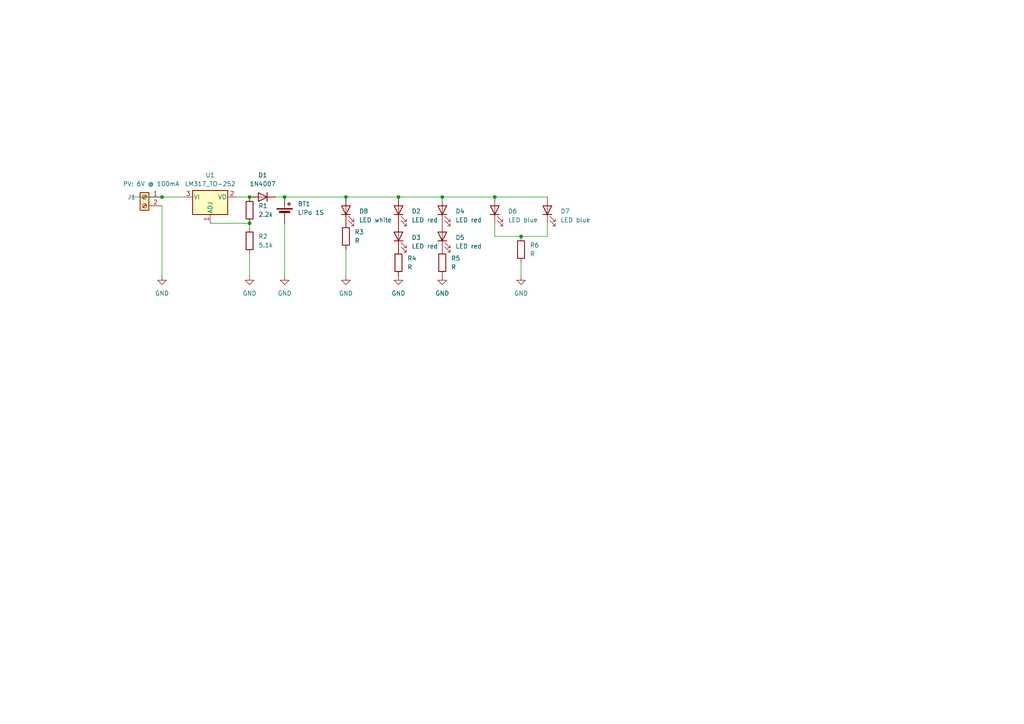
<source format=kicad_sch>
(kicad_sch (version 20230121) (generator eeschema)
  (paper "A4")
  (lib_symbols
    (symbol "Connector:Screw_Terminal_01x02" (pin_names (offset 1.016) hide)
      (property "Reference" "J" (at 0 2.54 0))
      (property "Value" "Screw_Terminal_01x02" (at 0 -5.08 0))
      (symbol "Screw_Terminal_01x02_1_1"
        (rectangle (start -1.27 1.27) (end 1.27 -3.81) (stroke (width 0.254)) (fill (type background)))
        (circle (center 0 -2.54) (radius 0.635) (stroke (width 0.1524)))
        (polyline (pts (xy -0.5334 -2.2098) (xy 0.3302 -3.048)) (stroke (width 0.1524)))
        (polyline (pts (xy -0.5334 0.3302) (xy 0.3302 -0.508)) (stroke (width 0.1524)))
        (polyline (pts (xy -0.3556 -2.032) (xy 0.508 -2.8702)) (stroke (width 0.1524)))
        (polyline (pts (xy -0.3556 0.508) (xy 0.508 -0.3302)) (stroke (width 0.1524)))
        (circle (center 0 0) (radius 0.635) (stroke (width 0.1524)))
        (pin passive line (at -5.08 0 0) (length 3.81) (name "Pin_1") (number "1"))
        (pin passive line (at -5.08 -2.54 0) (length 3.81) (name "Pin_2") (number "2"))
      )
    )
    (symbol "Device:Battery_Cell" (pin_numbers hide) (pin_names (offset 0) hide)
      (property "Reference" "BT" (at 2.54 2.54 0))
      (property "Value" "Battery_Cell" (at 2.54 0 0))
      (symbol "Battery_Cell_0_1"
        (rectangle (start -2.286 1.778) (end 2.286 1.524) (fill (type outline)))
        (rectangle (start -1.524 1.016) (end 1.524 0.508) (fill (type outline)))
        (polyline (pts (xy 0 0.762) (xy 0 0)))
        (polyline (pts (xy 0 1.778) (xy 0 2.54)))
        (polyline (pts (xy 0.762 3.048) (xy 1.778 3.048)) (stroke (width 0.254)))
        (polyline (pts (xy 1.27 3.556) (xy 1.27 2.54)) (stroke (width 0.254)))
      )
      (symbol "Battery_Cell_1_1"
        (pin passive line (at 0 5.08 270) (length 2.54) (name "+") (number "1"))
        (pin passive line (at 0 -2.54 90) (length 2.54) (name "-") (number "2"))
      )
    )
    (symbol "Device:LED" (pin_numbers hide) (pin_names (offset 1.016) hide)
      (property "Reference" "D" (at 0 2.54 0))
      (property "Value" "LED" (at 0 -2.54 0))
      (symbol "LED_0_1"
        (polyline (pts (xy -1.27 -1.27) (xy -1.27 1.27)) (stroke (width 0.254)))
        (polyline (pts (xy -1.27 0) (xy 1.27 0)))
        (polyline (pts (xy 1.27 -1.27) (xy 1.27 1.27) (xy -1.27 0) (xy 1.27 -1.27)) (stroke (width 0.254)))
        (polyline (pts (xy -3.048 -0.762) (xy -4.572 -2.286) (xy -3.81 -2.286) (xy -4.572 -2.286) (xy -4.572 -1.524)))
        (polyline (pts (xy -1.778 -0.762) (xy -3.302 -2.286) (xy -2.54 -2.286) (xy -3.302 -2.286) (xy -3.302 -1.524)))
      )
      (symbol "LED_1_1"
        (pin passive line (at -3.81 0 0) (length 2.54) (name "K") (number "1"))
        (pin passive line (at 3.81 0 180) (length 2.54) (name "A") (number "2"))
      )
    )
    (symbol "Device:R" (pin_numbers hide) (pin_names (offset 0))
      (property "Reference" "R" (at 2.032 0 90))
      (property "Value" "R" (at 0 0 90))
      (symbol "R_0_1"
        (rectangle (start -1.016 -2.54) (end 1.016 2.54) (stroke (width 0.254)))
      )
      (symbol "R_1_1"
        (pin passive line (at 0 3.81 270) (length 1.27) (name "~") (number "1"))
        (pin passive line (at 0 -3.81 90) (length 1.27) (name "~") (number "2"))
      )
    )
    (symbol "Diode:1N4007" (pin_numbers hide) (pin_names hide)
      (property "Reference" "D" (at 0 2.54 0))
      (property "Value" "1N4007" (at 0 -2.54 0))
      (symbol "1N4007_0_1"
        (polyline (pts (xy -1.27 1.27) (xy -1.27 -1.27)) (stroke (width 0.254)))
        (polyline (pts (xy 1.27 0) (xy -1.27 0)))
        (polyline (pts (xy 1.27 1.27) (xy 1.27 -1.27) (xy -1.27 0) (xy 1.27 1.27)) (stroke (width 0.254)))
      )
      (symbol "1N4007_1_1"
        (pin passive line (at -3.81 0 0) (length 2.54) (name "K") (number "1"))
        (pin passive line (at 3.81 0 180) (length 2.54) (name "A") (number "2"))
      )
    )
    (symbol "Regulator_Linear:LM317_TO-252" (pin_names (offset 0.254))
      (property "Reference" "U" (at -3.81 3.175 0))
      (property "Value" "LM317_TO-252" (at 0 3.175 0))
      (symbol "LM317_TO-252_0_1"
        (rectangle (start -5.08 1.905) (end 5.08 -5.08) (stroke (width 0.254)) (fill (type background)))
      )
      (symbol "LM317_TO-252_1_1"
        (pin input line (at 0 -7.62 90) (length 2.54) (name "ADJ") (number "1"))
        (pin power_out line (at 7.62 0 180) (length 2.54) (name "VO") (number "2"))
        (pin power_in line (at -7.62 0 0) (length 2.54) (name "VI") (number "3"))
      )
    )
    (symbol "power:GND" (power) (pin_names (offset 0))
      (property "Value" "GND" (at 0 -3.81 0))
      (symbol "GND_0_1"
        (polyline (pts (xy 0 0) (xy 0 -1.27) (xy 1.27 -1.27) (xy 0 -2.54) (xy -1.27 -1.27) (xy 0 -1.27)))
      )
      (symbol "GND_1_1"
        (pin power_in line (at 0 0 270) (length 0) hide (name "GND") (number "1"))
      )
    )
  )
  (junction (at 151.13 68.58))
  (junction (at 143.51 57.15))
  (junction (at 100.33 57.15))
  (junction (at 72.39 57.15))
  (junction (at 115.57 57.15))
  (junction (at 82.55 57.15))
  (junction (at 46.99 57.15))
  (junction (at 72.39 64.77))
  (junction (at 128.27 57.15))
  (wire (pts (xy 100.33 57.15) (xy 115.57 57.15)))
  (wire (pts (xy 82.55 80.01) (xy 82.55 64.77)))
  (wire (pts (xy 158.75 68.58) (xy 158.75 64.77)))
  (wire (pts (xy 143.51 68.58) (xy 151.13 68.58)))
  (wire (pts (xy 100.33 80.01) (xy 100.33 72.39)))
  (wire (pts (xy 46.99 80.01) (xy 46.99 59.69)))
  (wire (pts (xy 46.99 57.15) (xy 53.34 57.15)))
  (wire (pts (xy 72.39 80.01) (xy 72.39 73.66)))
  (wire (pts (xy 143.51 57.15) (xy 158.75 57.15)))
  (wire (pts (xy 151.13 68.58) (xy 158.75 68.58)))
  (wire (pts (xy 128.27 57.15) (xy 143.51 57.15)))
  (wire (pts (xy 143.51 64.77) (xy 143.51 68.58)))
  (wire (pts (xy 60.96 64.77) (xy 72.39 64.77)))
  (wire (pts (xy 68.58 57.15) (xy 72.39 57.15)))
  (wire (pts (xy 72.39 64.77) (xy 72.39 66.04)))
  (wire (pts (xy 82.55 57.15) (xy 100.33 57.15)))
  (wire (pts (xy 80.01 57.15) (xy 82.55 57.15)))
  (wire (pts (xy 115.57 57.15) (xy 128.27 57.15)))
  (wire (pts (xy 38.1 57.15) (xy 46.99 57.15)))
  (wire (pts (xy 151.13 80.01) (xy 151.13 76.2)))
  (symbol (lib_id "power:GND") (at 128.27 80.01 0) (unit 1)
    (property "Reference" "#PWR05" (effects hide))
    (property "Value" "GND" (at 128.27 85.09 0))
  )
  (symbol (lib_id "Device:R") (at 128.27 76.2 0) (unit 1)
    (property "Reference" "R5" (at 130.81 74.93 0) (effects (justify left)))
    (property "Value" "R" (at 130.81 77.47 0) (effects (justify left)))
  )
  (symbol (lib_id "Device:LED") (at 100.33 60.96 90) (unit 1)
    (property "Reference" "D8" (at 104.14 61.2775 90) (effects (justify right)))
    (property "Value" "LED white" (at 104.14 63.8175 90) (effects (justify right)))
  )
  (symbol (lib_id "Device:R") (at 72.39 69.85 0) (unit 1)
    (property "Reference" "R2" (at 74.93 68.58 0) (effects (justify left)))
    (property "Value" "5.1k" (at 74.93 71.12 0) (effects (justify left)))
  )
  (symbol (lib_id "power:GND") (at 100.33 80.01 0) (unit 1)
    (property "Reference" "#PWR02" (effects hide))
    (property "Value" "GND" (at 100.33 85.09 0))
  )
  (symbol (lib_id "Device:R") (at 72.39 60.96 0) (unit 1)
    (property "Reference" "R1" (at 74.93 59.69 0) (effects (justify left)))
    (property "Value" "2.2k" (at 74.93 62.23 0) (effects (justify left)))
  )
  (symbol (lib_id "Device:R") (at 100.33 68.58 0) (unit 1)
    (property "Reference" "R3" (at 102.87 67.31 0) (effects (justify left)))
    (property "Value" "R" (at 102.87 69.85 0) (effects (justify left)))
  )
  (symbol (lib_id "power:GND") (at 151.13 80.01 0) (unit 1)
    (property "Reference" "#PWR06" (effects hide))
    (property "Value" "GND" (at 151.13 85.09 0))
  )
  (symbol (lib_id "Device:LED") (at 115.57 60.96 90) (unit 1)
    (property "Reference" "D2" (at 119.38 61.2775 90) (effects (justify right)))
    (property "Value" "LED red" (at 119.38 63.8175 90) (effects (justify right)))
  )
  (symbol (lib_id "Device:Battery_Cell") (at 82.55 62.23 0) (unit 1)
    (property "Reference" "BT1" (at 86.36 59.1185 0) (effects (justify left)))
    (property "Value" "LiPo 1S" (at 86.36 61.6585 0) (effects (justify left)))
  )
  (symbol (lib_id "Connector:Screw_Terminal_01x02") (at 41.91 57.15 0) (mirror y) (unit 1)
    (property "Reference" "J1" (at 39.37 57.15 0) (effects (justify left)))
    (property "Value" "PV: 6V @ 100mA" (at 52.07 53.34 0) (effects (justify left)))
  )
  (symbol (lib_id "Device:LED") (at 115.57 68.58 90) (unit 1)
    (property "Reference" "D3" (at 119.38 68.8975 90) (effects (justify right)))
    (property "Value" "LED red" (at 119.38 71.4375 90) (effects (justify right)))
  )
  (symbol (lib_id "Device:LED") (at 158.75 60.96 90) (unit 1)
    (property "Reference" "D7" (at 162.56 61.2775 90) (effects (justify right)))
    (property "Value" "LED blue" (at 162.56 63.8175 90) (effects (justify right)))
  )
  (symbol (lib_id "power:GND") (at 82.55 80.01 0) (unit 1)
    (property "Reference" "#PWR07" (effects hide))
    (property "Value" "GND" (at 82.55 85.09 0))
  )
  (symbol (lib_id "Device:R") (at 115.57 76.2 0) (unit 1)
    (property "Reference" "R4" (at 118.11 74.93 0) (effects (justify left)))
    (property "Value" "R" (at 118.11 77.47 0) (effects (justify left)))
  )
  (symbol (lib_id "Diode:1N4007") (at 76.2 57.15 180) (unit 1)
    (property "Reference" "D1" (at 76.2 50.8 0))
    (property "Value" "1N4007" (at 76.2 53.34 0))
    (property "Footprint" "Diode_THT:D_DO-41_SOD81_P10.16mm_Horizontal" (effects hide))
    (property "Datasheet" "http://www.vishay.com/docs/88503/1n4001.pdf" (effects hide))
    (property "Sim.Device" "D" (effects hide))
    (property "Sim.Pins" "1=K 2=A" (effects hide))
  )
  (symbol (lib_id "Device:LED") (at 143.51 60.96 90) (unit 1)
    (property "Reference" "D6" (at 147.32 61.2775 90) (effects (justify right)))
    (property "Value" "LED blue" (at 147.32 63.8175 90) (effects (justify right)))
  )
  (symbol (lib_id "Device:R") (at 151.13 72.39 0) (unit 1)
    (property "Reference" "R6" (at 153.67 71.12 0) (effects (justify left)))
    (property "Value" "R" (at 153.67 73.66 0) (effects (justify left)))
  )
  (symbol (lib_id "Device:LED") (at 128.27 68.58 90) (unit 1)
    (property "Reference" "D5" (at 132.08 68.8975 90) (effects (justify right)))
    (property "Value" "LED red" (at 132.08 71.4375 90) (effects (justify right)))
  )
  (symbol (lib_id "Regulator_Linear:LM317_TO-252") (at 60.96 57.15 0) (unit 1)
    (property "Reference" "U1" (at 60.96 50.8 0))
    (property "Value" "LM317_TO-252" (at 60.96 53.34 0))
    (property "Footprint" "Package_TO_SOT_SMD:TO-252-2" (effects hide))
    (property "Datasheet" "http://www.ti.com/lit/ds/snvs774n/snvs774n.pdf" (effects hide))
  )
  (symbol (lib_id "Device:LED") (at 128.27 60.96 90) (unit 1)
    (property "Reference" "D4" (at 132.08 61.2775 90) (effects (justify right)))
    (property "Value" "LED red" (at 132.08 63.8175 90) (effects (justify right)))
  )
  (symbol (lib_id "power:GND") (at 46.99 80.01 0) (unit 1)
    (property "Reference" "#PWR03" (effects hide))
    (property "Value" "GND" (at 46.99 85.09 0))
  )
  (symbol (lib_id "power:GND") (at 115.57 80.01 0) (unit 1)
    (property "Reference" "#PWR04" (effects hide))
    (property "Value" "GND" (at 115.57 85.09 0))
  )
  (symbol (lib_id "power:GND") (at 72.39 80.01 0) (unit 1)
    (property "Reference" "#PWR01" (effects hide))
    (property "Value" "GND" (at 72.39 85.09 0))
  )
)
</source>
